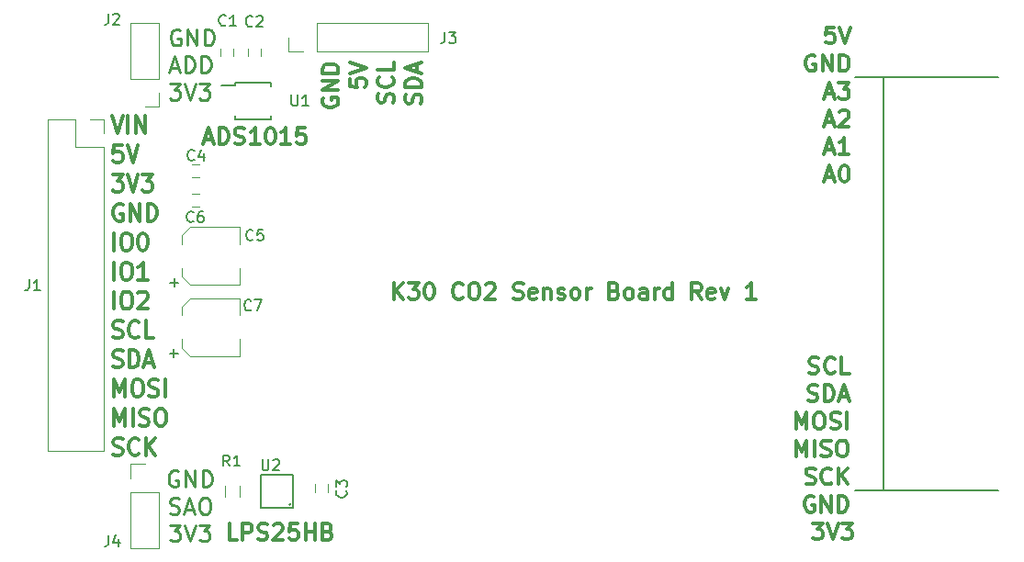
<source format=gbr>
G04 #@! TF.FileFunction,Legend,Top*
%FSLAX46Y46*%
G04 Gerber Fmt 4.6, Leading zero omitted, Abs format (unit mm)*
G04 Created by KiCad (PCBNEW 4.0.6) date 07/11/17 13:45:29*
%MOMM*%
%LPD*%
G01*
G04 APERTURE LIST*
%ADD10C,0.100000*%
%ADD11C,0.300000*%
%ADD12C,0.250000*%
%ADD13C,0.200000*%
%ADD14C,0.150000*%
%ADD15C,0.120000*%
G04 APERTURE END LIST*
D10*
D11*
X168572858Y-122508571D02*
X169501429Y-122508571D01*
X169001429Y-123080000D01*
X169215715Y-123080000D01*
X169358572Y-123151429D01*
X169430001Y-123222857D01*
X169501429Y-123365714D01*
X169501429Y-123722857D01*
X169430001Y-123865714D01*
X169358572Y-123937143D01*
X169215715Y-124008571D01*
X168787143Y-124008571D01*
X168644286Y-123937143D01*
X168572858Y-123865714D01*
X169930000Y-122508571D02*
X170430000Y-124008571D01*
X170930000Y-122508571D01*
X171287143Y-122508571D02*
X172215714Y-122508571D01*
X171715714Y-123080000D01*
X171930000Y-123080000D01*
X172072857Y-123151429D01*
X172144286Y-123222857D01*
X172215714Y-123365714D01*
X172215714Y-123722857D01*
X172144286Y-123865714D01*
X172072857Y-123937143D01*
X171930000Y-124008571D01*
X171501428Y-124008571D01*
X171358571Y-123937143D01*
X171287143Y-123865714D01*
X168252857Y-108672143D02*
X168467143Y-108743571D01*
X168824286Y-108743571D01*
X168967143Y-108672143D01*
X169038572Y-108600714D01*
X169110000Y-108457857D01*
X169110000Y-108315000D01*
X169038572Y-108172143D01*
X168967143Y-108100714D01*
X168824286Y-108029286D01*
X168538572Y-107957857D01*
X168395714Y-107886429D01*
X168324286Y-107815000D01*
X168252857Y-107672143D01*
X168252857Y-107529286D01*
X168324286Y-107386429D01*
X168395714Y-107315000D01*
X168538572Y-107243571D01*
X168895714Y-107243571D01*
X169110000Y-107315000D01*
X170610000Y-108600714D02*
X170538571Y-108672143D01*
X170324285Y-108743571D01*
X170181428Y-108743571D01*
X169967143Y-108672143D01*
X169824285Y-108529286D01*
X169752857Y-108386429D01*
X169681428Y-108100714D01*
X169681428Y-107886429D01*
X169752857Y-107600714D01*
X169824285Y-107457857D01*
X169967143Y-107315000D01*
X170181428Y-107243571D01*
X170324285Y-107243571D01*
X170538571Y-107315000D01*
X170610000Y-107386429D01*
X171967143Y-108743571D02*
X171252857Y-108743571D01*
X171252857Y-107243571D01*
X168181429Y-111222143D02*
X168395715Y-111293571D01*
X168752858Y-111293571D01*
X168895715Y-111222143D01*
X168967144Y-111150714D01*
X169038572Y-111007857D01*
X169038572Y-110865000D01*
X168967144Y-110722143D01*
X168895715Y-110650714D01*
X168752858Y-110579286D01*
X168467144Y-110507857D01*
X168324286Y-110436429D01*
X168252858Y-110365000D01*
X168181429Y-110222143D01*
X168181429Y-110079286D01*
X168252858Y-109936429D01*
X168324286Y-109865000D01*
X168467144Y-109793571D01*
X168824286Y-109793571D01*
X169038572Y-109865000D01*
X169681429Y-111293571D02*
X169681429Y-109793571D01*
X170038572Y-109793571D01*
X170252857Y-109865000D01*
X170395715Y-110007857D01*
X170467143Y-110150714D01*
X170538572Y-110436429D01*
X170538572Y-110650714D01*
X170467143Y-110936429D01*
X170395715Y-111079286D01*
X170252857Y-111222143D01*
X170038572Y-111293571D01*
X169681429Y-111293571D01*
X171110000Y-110865000D02*
X171824286Y-110865000D01*
X170967143Y-111293571D02*
X171467143Y-109793571D01*
X171967143Y-111293571D01*
X167038571Y-113843571D02*
X167038571Y-112343571D01*
X167538571Y-113415000D01*
X168038571Y-112343571D01*
X168038571Y-113843571D01*
X169038571Y-112343571D02*
X169324285Y-112343571D01*
X169467143Y-112415000D01*
X169610000Y-112557857D01*
X169681428Y-112843571D01*
X169681428Y-113343571D01*
X169610000Y-113629286D01*
X169467143Y-113772143D01*
X169324285Y-113843571D01*
X169038571Y-113843571D01*
X168895714Y-113772143D01*
X168752857Y-113629286D01*
X168681428Y-113343571D01*
X168681428Y-112843571D01*
X168752857Y-112557857D01*
X168895714Y-112415000D01*
X169038571Y-112343571D01*
X170252857Y-113772143D02*
X170467143Y-113843571D01*
X170824286Y-113843571D01*
X170967143Y-113772143D01*
X171038572Y-113700714D01*
X171110000Y-113557857D01*
X171110000Y-113415000D01*
X171038572Y-113272143D01*
X170967143Y-113200714D01*
X170824286Y-113129286D01*
X170538572Y-113057857D01*
X170395714Y-112986429D01*
X170324286Y-112915000D01*
X170252857Y-112772143D01*
X170252857Y-112629286D01*
X170324286Y-112486429D01*
X170395714Y-112415000D01*
X170538572Y-112343571D01*
X170895714Y-112343571D01*
X171110000Y-112415000D01*
X171752857Y-113843571D02*
X171752857Y-112343571D01*
X167038571Y-116393571D02*
X167038571Y-114893571D01*
X167538571Y-115965000D01*
X168038571Y-114893571D01*
X168038571Y-116393571D01*
X168752857Y-116393571D02*
X168752857Y-114893571D01*
X169395714Y-116322143D02*
X169610000Y-116393571D01*
X169967143Y-116393571D01*
X170110000Y-116322143D01*
X170181429Y-116250714D01*
X170252857Y-116107857D01*
X170252857Y-115965000D01*
X170181429Y-115822143D01*
X170110000Y-115750714D01*
X169967143Y-115679286D01*
X169681429Y-115607857D01*
X169538571Y-115536429D01*
X169467143Y-115465000D01*
X169395714Y-115322143D01*
X169395714Y-115179286D01*
X169467143Y-115036429D01*
X169538571Y-114965000D01*
X169681429Y-114893571D01*
X170038571Y-114893571D01*
X170252857Y-114965000D01*
X171181428Y-114893571D02*
X171467142Y-114893571D01*
X171610000Y-114965000D01*
X171752857Y-115107857D01*
X171824285Y-115393571D01*
X171824285Y-115893571D01*
X171752857Y-116179286D01*
X171610000Y-116322143D01*
X171467142Y-116393571D01*
X171181428Y-116393571D01*
X171038571Y-116322143D01*
X170895714Y-116179286D01*
X170824285Y-115893571D01*
X170824285Y-115393571D01*
X170895714Y-115107857D01*
X171038571Y-114965000D01*
X171181428Y-114893571D01*
X167967143Y-118872143D02*
X168181429Y-118943571D01*
X168538572Y-118943571D01*
X168681429Y-118872143D01*
X168752858Y-118800714D01*
X168824286Y-118657857D01*
X168824286Y-118515000D01*
X168752858Y-118372143D01*
X168681429Y-118300714D01*
X168538572Y-118229286D01*
X168252858Y-118157857D01*
X168110000Y-118086429D01*
X168038572Y-118015000D01*
X167967143Y-117872143D01*
X167967143Y-117729286D01*
X168038572Y-117586429D01*
X168110000Y-117515000D01*
X168252858Y-117443571D01*
X168610000Y-117443571D01*
X168824286Y-117515000D01*
X170324286Y-118800714D02*
X170252857Y-118872143D01*
X170038571Y-118943571D01*
X169895714Y-118943571D01*
X169681429Y-118872143D01*
X169538571Y-118729286D01*
X169467143Y-118586429D01*
X169395714Y-118300714D01*
X169395714Y-118086429D01*
X169467143Y-117800714D01*
X169538571Y-117657857D01*
X169681429Y-117515000D01*
X169895714Y-117443571D01*
X170038571Y-117443571D01*
X170252857Y-117515000D01*
X170324286Y-117586429D01*
X170967143Y-118943571D02*
X170967143Y-117443571D01*
X171824286Y-118943571D02*
X171181429Y-118086429D01*
X171824286Y-117443571D02*
X170967143Y-118300714D01*
X168681428Y-120065000D02*
X168538571Y-119993571D01*
X168324285Y-119993571D01*
X168110000Y-120065000D01*
X167967142Y-120207857D01*
X167895714Y-120350714D01*
X167824285Y-120636429D01*
X167824285Y-120850714D01*
X167895714Y-121136429D01*
X167967142Y-121279286D01*
X168110000Y-121422143D01*
X168324285Y-121493571D01*
X168467142Y-121493571D01*
X168681428Y-121422143D01*
X168752857Y-121350714D01*
X168752857Y-120850714D01*
X168467142Y-120850714D01*
X169395714Y-121493571D02*
X169395714Y-119993571D01*
X170252857Y-121493571D01*
X170252857Y-119993571D01*
X170967143Y-121493571D02*
X170967143Y-119993571D01*
X171324286Y-119993571D01*
X171538571Y-120065000D01*
X171681429Y-120207857D01*
X171752857Y-120350714D01*
X171824286Y-120636429D01*
X171824286Y-120850714D01*
X171752857Y-121136429D01*
X171681429Y-121279286D01*
X171538571Y-121422143D01*
X171324286Y-121493571D01*
X170967143Y-121493571D01*
D12*
X110242857Y-77050000D02*
X110100000Y-76978571D01*
X109885714Y-76978571D01*
X109671429Y-77050000D01*
X109528571Y-77192857D01*
X109457143Y-77335714D01*
X109385714Y-77621429D01*
X109385714Y-77835714D01*
X109457143Y-78121429D01*
X109528571Y-78264286D01*
X109671429Y-78407143D01*
X109885714Y-78478571D01*
X110028571Y-78478571D01*
X110242857Y-78407143D01*
X110314286Y-78335714D01*
X110314286Y-77835714D01*
X110028571Y-77835714D01*
X110957143Y-78478571D02*
X110957143Y-76978571D01*
X111814286Y-78478571D01*
X111814286Y-76978571D01*
X112528572Y-78478571D02*
X112528572Y-76978571D01*
X112885715Y-76978571D01*
X113100000Y-77050000D01*
X113242858Y-77192857D01*
X113314286Y-77335714D01*
X113385715Y-77621429D01*
X113385715Y-77835714D01*
X113314286Y-78121429D01*
X113242858Y-78264286D01*
X113100000Y-78407143D01*
X112885715Y-78478571D01*
X112528572Y-78478571D01*
X109385714Y-80550000D02*
X110100000Y-80550000D01*
X109242857Y-80978571D02*
X109742857Y-79478571D01*
X110242857Y-80978571D01*
X110742857Y-80978571D02*
X110742857Y-79478571D01*
X111100000Y-79478571D01*
X111314285Y-79550000D01*
X111457143Y-79692857D01*
X111528571Y-79835714D01*
X111600000Y-80121429D01*
X111600000Y-80335714D01*
X111528571Y-80621429D01*
X111457143Y-80764286D01*
X111314285Y-80907143D01*
X111100000Y-80978571D01*
X110742857Y-80978571D01*
X112242857Y-80978571D02*
X112242857Y-79478571D01*
X112600000Y-79478571D01*
X112814285Y-79550000D01*
X112957143Y-79692857D01*
X113028571Y-79835714D01*
X113100000Y-80121429D01*
X113100000Y-80335714D01*
X113028571Y-80621429D01*
X112957143Y-80764286D01*
X112814285Y-80907143D01*
X112600000Y-80978571D01*
X112242857Y-80978571D01*
X109314286Y-81978571D02*
X110242857Y-81978571D01*
X109742857Y-82550000D01*
X109957143Y-82550000D01*
X110100000Y-82621429D01*
X110171429Y-82692857D01*
X110242857Y-82835714D01*
X110242857Y-83192857D01*
X110171429Y-83335714D01*
X110100000Y-83407143D01*
X109957143Y-83478571D01*
X109528571Y-83478571D01*
X109385714Y-83407143D01*
X109314286Y-83335714D01*
X110671428Y-81978571D02*
X111171428Y-83478571D01*
X111671428Y-81978571D01*
X112028571Y-81978571D02*
X112957142Y-81978571D01*
X112457142Y-82550000D01*
X112671428Y-82550000D01*
X112814285Y-82621429D01*
X112885714Y-82692857D01*
X112957142Y-82835714D01*
X112957142Y-83192857D01*
X112885714Y-83335714D01*
X112814285Y-83407143D01*
X112671428Y-83478571D01*
X112242856Y-83478571D01*
X112099999Y-83407143D01*
X112028571Y-83335714D01*
D11*
X115535715Y-124078571D02*
X114821429Y-124078571D01*
X114821429Y-122578571D01*
X116035715Y-124078571D02*
X116035715Y-122578571D01*
X116607143Y-122578571D01*
X116750001Y-122650000D01*
X116821429Y-122721429D01*
X116892858Y-122864286D01*
X116892858Y-123078571D01*
X116821429Y-123221429D01*
X116750001Y-123292857D01*
X116607143Y-123364286D01*
X116035715Y-123364286D01*
X117464286Y-124007143D02*
X117678572Y-124078571D01*
X118035715Y-124078571D01*
X118178572Y-124007143D01*
X118250001Y-123935714D01*
X118321429Y-123792857D01*
X118321429Y-123650000D01*
X118250001Y-123507143D01*
X118178572Y-123435714D01*
X118035715Y-123364286D01*
X117750001Y-123292857D01*
X117607143Y-123221429D01*
X117535715Y-123150000D01*
X117464286Y-123007143D01*
X117464286Y-122864286D01*
X117535715Y-122721429D01*
X117607143Y-122650000D01*
X117750001Y-122578571D01*
X118107143Y-122578571D01*
X118321429Y-122650000D01*
X118892857Y-122721429D02*
X118964286Y-122650000D01*
X119107143Y-122578571D01*
X119464286Y-122578571D01*
X119607143Y-122650000D01*
X119678572Y-122721429D01*
X119750000Y-122864286D01*
X119750000Y-123007143D01*
X119678572Y-123221429D01*
X118821429Y-124078571D01*
X119750000Y-124078571D01*
X121107143Y-122578571D02*
X120392857Y-122578571D01*
X120321428Y-123292857D01*
X120392857Y-123221429D01*
X120535714Y-123150000D01*
X120892857Y-123150000D01*
X121035714Y-123221429D01*
X121107143Y-123292857D01*
X121178571Y-123435714D01*
X121178571Y-123792857D01*
X121107143Y-123935714D01*
X121035714Y-124007143D01*
X120892857Y-124078571D01*
X120535714Y-124078571D01*
X120392857Y-124007143D01*
X120321428Y-123935714D01*
X121821428Y-124078571D02*
X121821428Y-122578571D01*
X121821428Y-123292857D02*
X122678571Y-123292857D01*
X122678571Y-124078571D02*
X122678571Y-122578571D01*
X123892857Y-123292857D02*
X124107143Y-123364286D01*
X124178571Y-123435714D01*
X124250000Y-123578571D01*
X124250000Y-123792857D01*
X124178571Y-123935714D01*
X124107143Y-124007143D01*
X123964285Y-124078571D01*
X123392857Y-124078571D01*
X123392857Y-122578571D01*
X123892857Y-122578571D01*
X124035714Y-122650000D01*
X124107143Y-122721429D01*
X124178571Y-122864286D01*
X124178571Y-123007143D01*
X124107143Y-123150000D01*
X124035714Y-123221429D01*
X123892857Y-123292857D01*
X123392857Y-123292857D01*
D12*
X110057143Y-117750000D02*
X109914286Y-117678571D01*
X109700000Y-117678571D01*
X109485715Y-117750000D01*
X109342857Y-117892857D01*
X109271429Y-118035714D01*
X109200000Y-118321429D01*
X109200000Y-118535714D01*
X109271429Y-118821429D01*
X109342857Y-118964286D01*
X109485715Y-119107143D01*
X109700000Y-119178571D01*
X109842857Y-119178571D01*
X110057143Y-119107143D01*
X110128572Y-119035714D01*
X110128572Y-118535714D01*
X109842857Y-118535714D01*
X110771429Y-119178571D02*
X110771429Y-117678571D01*
X111628572Y-119178571D01*
X111628572Y-117678571D01*
X112342858Y-119178571D02*
X112342858Y-117678571D01*
X112700001Y-117678571D01*
X112914286Y-117750000D01*
X113057144Y-117892857D01*
X113128572Y-118035714D01*
X113200001Y-118321429D01*
X113200001Y-118535714D01*
X113128572Y-118821429D01*
X113057144Y-118964286D01*
X112914286Y-119107143D01*
X112700001Y-119178571D01*
X112342858Y-119178571D01*
X109342857Y-121607143D02*
X109557143Y-121678571D01*
X109914286Y-121678571D01*
X110057143Y-121607143D01*
X110128572Y-121535714D01*
X110200000Y-121392857D01*
X110200000Y-121250000D01*
X110128572Y-121107143D01*
X110057143Y-121035714D01*
X109914286Y-120964286D01*
X109628572Y-120892857D01*
X109485714Y-120821429D01*
X109414286Y-120750000D01*
X109342857Y-120607143D01*
X109342857Y-120464286D01*
X109414286Y-120321429D01*
X109485714Y-120250000D01*
X109628572Y-120178571D01*
X109985714Y-120178571D01*
X110200000Y-120250000D01*
X110771428Y-121250000D02*
X111485714Y-121250000D01*
X110628571Y-121678571D02*
X111128571Y-120178571D01*
X111628571Y-121678571D01*
X112414285Y-120178571D02*
X112699999Y-120178571D01*
X112842857Y-120250000D01*
X112985714Y-120392857D01*
X113057142Y-120678571D01*
X113057142Y-121178571D01*
X112985714Y-121464286D01*
X112842857Y-121607143D01*
X112699999Y-121678571D01*
X112414285Y-121678571D01*
X112271428Y-121607143D01*
X112128571Y-121464286D01*
X112057142Y-121178571D01*
X112057142Y-120678571D01*
X112128571Y-120392857D01*
X112271428Y-120250000D01*
X112414285Y-120178571D01*
X109342858Y-122678571D02*
X110271429Y-122678571D01*
X109771429Y-123250000D01*
X109985715Y-123250000D01*
X110128572Y-123321429D01*
X110200001Y-123392857D01*
X110271429Y-123535714D01*
X110271429Y-123892857D01*
X110200001Y-124035714D01*
X110128572Y-124107143D01*
X109985715Y-124178571D01*
X109557143Y-124178571D01*
X109414286Y-124107143D01*
X109342858Y-124035714D01*
X110700000Y-122678571D02*
X111200000Y-124178571D01*
X111700000Y-122678571D01*
X112057143Y-122678571D02*
X112985714Y-122678571D01*
X112485714Y-123250000D01*
X112700000Y-123250000D01*
X112842857Y-123321429D01*
X112914286Y-123392857D01*
X112985714Y-123535714D01*
X112985714Y-123892857D01*
X112914286Y-124035714D01*
X112842857Y-124107143D01*
X112700000Y-124178571D01*
X112271428Y-124178571D01*
X112128571Y-124107143D01*
X112057143Y-124035714D01*
D11*
X123425000Y-83328572D02*
X123353571Y-83471429D01*
X123353571Y-83685715D01*
X123425000Y-83900000D01*
X123567857Y-84042858D01*
X123710714Y-84114286D01*
X123996429Y-84185715D01*
X124210714Y-84185715D01*
X124496429Y-84114286D01*
X124639286Y-84042858D01*
X124782143Y-83900000D01*
X124853571Y-83685715D01*
X124853571Y-83542858D01*
X124782143Y-83328572D01*
X124710714Y-83257143D01*
X124210714Y-83257143D01*
X124210714Y-83542858D01*
X124853571Y-82614286D02*
X123353571Y-82614286D01*
X124853571Y-81757143D01*
X123353571Y-81757143D01*
X124853571Y-81042857D02*
X123353571Y-81042857D01*
X123353571Y-80685714D01*
X123425000Y-80471429D01*
X123567857Y-80328571D01*
X123710714Y-80257143D01*
X123996429Y-80185714D01*
X124210714Y-80185714D01*
X124496429Y-80257143D01*
X124639286Y-80328571D01*
X124782143Y-80471429D01*
X124853571Y-80685714D01*
X124853571Y-81042857D01*
X125903571Y-81542856D02*
X125903571Y-82257142D01*
X126617857Y-82328571D01*
X126546429Y-82257142D01*
X126475000Y-82114285D01*
X126475000Y-81757142D01*
X126546429Y-81614285D01*
X126617857Y-81542856D01*
X126760714Y-81471428D01*
X127117857Y-81471428D01*
X127260714Y-81542856D01*
X127332143Y-81614285D01*
X127403571Y-81757142D01*
X127403571Y-82114285D01*
X127332143Y-82257142D01*
X127260714Y-82328571D01*
X125903571Y-81042857D02*
X127403571Y-80542857D01*
X125903571Y-80042857D01*
X129882143Y-83757143D02*
X129953571Y-83542857D01*
X129953571Y-83185714D01*
X129882143Y-83042857D01*
X129810714Y-82971428D01*
X129667857Y-82900000D01*
X129525000Y-82900000D01*
X129382143Y-82971428D01*
X129310714Y-83042857D01*
X129239286Y-83185714D01*
X129167857Y-83471428D01*
X129096429Y-83614286D01*
X129025000Y-83685714D01*
X128882143Y-83757143D01*
X128739286Y-83757143D01*
X128596429Y-83685714D01*
X128525000Y-83614286D01*
X128453571Y-83471428D01*
X128453571Y-83114286D01*
X128525000Y-82900000D01*
X129810714Y-81400000D02*
X129882143Y-81471429D01*
X129953571Y-81685715D01*
X129953571Y-81828572D01*
X129882143Y-82042857D01*
X129739286Y-82185715D01*
X129596429Y-82257143D01*
X129310714Y-82328572D01*
X129096429Y-82328572D01*
X128810714Y-82257143D01*
X128667857Y-82185715D01*
X128525000Y-82042857D01*
X128453571Y-81828572D01*
X128453571Y-81685715D01*
X128525000Y-81471429D01*
X128596429Y-81400000D01*
X129953571Y-80042857D02*
X129953571Y-80757143D01*
X128453571Y-80757143D01*
X132432143Y-83828571D02*
X132503571Y-83614285D01*
X132503571Y-83257142D01*
X132432143Y-83114285D01*
X132360714Y-83042856D01*
X132217857Y-82971428D01*
X132075000Y-82971428D01*
X131932143Y-83042856D01*
X131860714Y-83114285D01*
X131789286Y-83257142D01*
X131717857Y-83542856D01*
X131646429Y-83685714D01*
X131575000Y-83757142D01*
X131432143Y-83828571D01*
X131289286Y-83828571D01*
X131146429Y-83757142D01*
X131075000Y-83685714D01*
X131003571Y-83542856D01*
X131003571Y-83185714D01*
X131075000Y-82971428D01*
X132503571Y-82328571D02*
X131003571Y-82328571D01*
X131003571Y-81971428D01*
X131075000Y-81757143D01*
X131217857Y-81614285D01*
X131360714Y-81542857D01*
X131646429Y-81471428D01*
X131860714Y-81471428D01*
X132146429Y-81542857D01*
X132289286Y-81614285D01*
X132432143Y-81757143D01*
X132503571Y-81971428D01*
X132503571Y-82328571D01*
X132075000Y-80900000D02*
X132075000Y-80185714D01*
X132503571Y-81042857D02*
X131003571Y-80542857D01*
X132503571Y-80042857D01*
D13*
X175100000Y-119500000D02*
X175100000Y-81400000D01*
D11*
X129957145Y-101878571D02*
X129957145Y-100378571D01*
X130814288Y-101878571D02*
X130171431Y-101021429D01*
X130814288Y-100378571D02*
X129957145Y-101235714D01*
X131314288Y-100378571D02*
X132242859Y-100378571D01*
X131742859Y-100950000D01*
X131957145Y-100950000D01*
X132100002Y-101021429D01*
X132171431Y-101092857D01*
X132242859Y-101235714D01*
X132242859Y-101592857D01*
X132171431Y-101735714D01*
X132100002Y-101807143D01*
X131957145Y-101878571D01*
X131528573Y-101878571D01*
X131385716Y-101807143D01*
X131314288Y-101735714D01*
X133171430Y-100378571D02*
X133314287Y-100378571D01*
X133457144Y-100450000D01*
X133528573Y-100521429D01*
X133600002Y-100664286D01*
X133671430Y-100950000D01*
X133671430Y-101307143D01*
X133600002Y-101592857D01*
X133528573Y-101735714D01*
X133457144Y-101807143D01*
X133314287Y-101878571D01*
X133171430Y-101878571D01*
X133028573Y-101807143D01*
X132957144Y-101735714D01*
X132885716Y-101592857D01*
X132814287Y-101307143D01*
X132814287Y-100950000D01*
X132885716Y-100664286D01*
X132957144Y-100521429D01*
X133028573Y-100450000D01*
X133171430Y-100378571D01*
X136314287Y-101735714D02*
X136242858Y-101807143D01*
X136028572Y-101878571D01*
X135885715Y-101878571D01*
X135671430Y-101807143D01*
X135528572Y-101664286D01*
X135457144Y-101521429D01*
X135385715Y-101235714D01*
X135385715Y-101021429D01*
X135457144Y-100735714D01*
X135528572Y-100592857D01*
X135671430Y-100450000D01*
X135885715Y-100378571D01*
X136028572Y-100378571D01*
X136242858Y-100450000D01*
X136314287Y-100521429D01*
X137242858Y-100378571D02*
X137528572Y-100378571D01*
X137671430Y-100450000D01*
X137814287Y-100592857D01*
X137885715Y-100878571D01*
X137885715Y-101378571D01*
X137814287Y-101664286D01*
X137671430Y-101807143D01*
X137528572Y-101878571D01*
X137242858Y-101878571D01*
X137100001Y-101807143D01*
X136957144Y-101664286D01*
X136885715Y-101378571D01*
X136885715Y-100878571D01*
X136957144Y-100592857D01*
X137100001Y-100450000D01*
X137242858Y-100378571D01*
X138457144Y-100521429D02*
X138528573Y-100450000D01*
X138671430Y-100378571D01*
X139028573Y-100378571D01*
X139171430Y-100450000D01*
X139242859Y-100521429D01*
X139314287Y-100664286D01*
X139314287Y-100807143D01*
X139242859Y-101021429D01*
X138385716Y-101878571D01*
X139314287Y-101878571D01*
X141028572Y-101807143D02*
X141242858Y-101878571D01*
X141600001Y-101878571D01*
X141742858Y-101807143D01*
X141814287Y-101735714D01*
X141885715Y-101592857D01*
X141885715Y-101450000D01*
X141814287Y-101307143D01*
X141742858Y-101235714D01*
X141600001Y-101164286D01*
X141314287Y-101092857D01*
X141171429Y-101021429D01*
X141100001Y-100950000D01*
X141028572Y-100807143D01*
X141028572Y-100664286D01*
X141100001Y-100521429D01*
X141171429Y-100450000D01*
X141314287Y-100378571D01*
X141671429Y-100378571D01*
X141885715Y-100450000D01*
X143100000Y-101807143D02*
X142957143Y-101878571D01*
X142671429Y-101878571D01*
X142528572Y-101807143D01*
X142457143Y-101664286D01*
X142457143Y-101092857D01*
X142528572Y-100950000D01*
X142671429Y-100878571D01*
X142957143Y-100878571D01*
X143100000Y-100950000D01*
X143171429Y-101092857D01*
X143171429Y-101235714D01*
X142457143Y-101378571D01*
X143814286Y-100878571D02*
X143814286Y-101878571D01*
X143814286Y-101021429D02*
X143885714Y-100950000D01*
X144028572Y-100878571D01*
X144242857Y-100878571D01*
X144385714Y-100950000D01*
X144457143Y-101092857D01*
X144457143Y-101878571D01*
X145100000Y-101807143D02*
X145242857Y-101878571D01*
X145528572Y-101878571D01*
X145671429Y-101807143D01*
X145742857Y-101664286D01*
X145742857Y-101592857D01*
X145671429Y-101450000D01*
X145528572Y-101378571D01*
X145314286Y-101378571D01*
X145171429Y-101307143D01*
X145100000Y-101164286D01*
X145100000Y-101092857D01*
X145171429Y-100950000D01*
X145314286Y-100878571D01*
X145528572Y-100878571D01*
X145671429Y-100950000D01*
X146600001Y-101878571D02*
X146457143Y-101807143D01*
X146385715Y-101735714D01*
X146314286Y-101592857D01*
X146314286Y-101164286D01*
X146385715Y-101021429D01*
X146457143Y-100950000D01*
X146600001Y-100878571D01*
X146814286Y-100878571D01*
X146957143Y-100950000D01*
X147028572Y-101021429D01*
X147100001Y-101164286D01*
X147100001Y-101592857D01*
X147028572Y-101735714D01*
X146957143Y-101807143D01*
X146814286Y-101878571D01*
X146600001Y-101878571D01*
X147742858Y-101878571D02*
X147742858Y-100878571D01*
X147742858Y-101164286D02*
X147814286Y-101021429D01*
X147885715Y-100950000D01*
X148028572Y-100878571D01*
X148171429Y-100878571D01*
X150314286Y-101092857D02*
X150528572Y-101164286D01*
X150600000Y-101235714D01*
X150671429Y-101378571D01*
X150671429Y-101592857D01*
X150600000Y-101735714D01*
X150528572Y-101807143D01*
X150385714Y-101878571D01*
X149814286Y-101878571D01*
X149814286Y-100378571D01*
X150314286Y-100378571D01*
X150457143Y-100450000D01*
X150528572Y-100521429D01*
X150600000Y-100664286D01*
X150600000Y-100807143D01*
X150528572Y-100950000D01*
X150457143Y-101021429D01*
X150314286Y-101092857D01*
X149814286Y-101092857D01*
X151528572Y-101878571D02*
X151385714Y-101807143D01*
X151314286Y-101735714D01*
X151242857Y-101592857D01*
X151242857Y-101164286D01*
X151314286Y-101021429D01*
X151385714Y-100950000D01*
X151528572Y-100878571D01*
X151742857Y-100878571D01*
X151885714Y-100950000D01*
X151957143Y-101021429D01*
X152028572Y-101164286D01*
X152028572Y-101592857D01*
X151957143Y-101735714D01*
X151885714Y-101807143D01*
X151742857Y-101878571D01*
X151528572Y-101878571D01*
X153314286Y-101878571D02*
X153314286Y-101092857D01*
X153242857Y-100950000D01*
X153100000Y-100878571D01*
X152814286Y-100878571D01*
X152671429Y-100950000D01*
X153314286Y-101807143D02*
X153171429Y-101878571D01*
X152814286Y-101878571D01*
X152671429Y-101807143D01*
X152600000Y-101664286D01*
X152600000Y-101521429D01*
X152671429Y-101378571D01*
X152814286Y-101307143D01*
X153171429Y-101307143D01*
X153314286Y-101235714D01*
X154028572Y-101878571D02*
X154028572Y-100878571D01*
X154028572Y-101164286D02*
X154100000Y-101021429D01*
X154171429Y-100950000D01*
X154314286Y-100878571D01*
X154457143Y-100878571D01*
X155600000Y-101878571D02*
X155600000Y-100378571D01*
X155600000Y-101807143D02*
X155457143Y-101878571D01*
X155171429Y-101878571D01*
X155028571Y-101807143D01*
X154957143Y-101735714D01*
X154885714Y-101592857D01*
X154885714Y-101164286D01*
X154957143Y-101021429D01*
X155028571Y-100950000D01*
X155171429Y-100878571D01*
X155457143Y-100878571D01*
X155600000Y-100950000D01*
X158314286Y-101878571D02*
X157814286Y-101164286D01*
X157457143Y-101878571D02*
X157457143Y-100378571D01*
X158028571Y-100378571D01*
X158171429Y-100450000D01*
X158242857Y-100521429D01*
X158314286Y-100664286D01*
X158314286Y-100878571D01*
X158242857Y-101021429D01*
X158171429Y-101092857D01*
X158028571Y-101164286D01*
X157457143Y-101164286D01*
X159528571Y-101807143D02*
X159385714Y-101878571D01*
X159100000Y-101878571D01*
X158957143Y-101807143D01*
X158885714Y-101664286D01*
X158885714Y-101092857D01*
X158957143Y-100950000D01*
X159100000Y-100878571D01*
X159385714Y-100878571D01*
X159528571Y-100950000D01*
X159600000Y-101092857D01*
X159600000Y-101235714D01*
X158885714Y-101378571D01*
X160100000Y-100878571D02*
X160457143Y-101878571D01*
X160814285Y-100878571D01*
X163314285Y-101878571D02*
X162457142Y-101878571D01*
X162885714Y-101878571D02*
X162885714Y-100378571D01*
X162742857Y-100592857D01*
X162599999Y-100735714D01*
X162457142Y-100807143D01*
X170577144Y-76793571D02*
X169862858Y-76793571D01*
X169791429Y-77507857D01*
X169862858Y-77436429D01*
X170005715Y-77365000D01*
X170362858Y-77365000D01*
X170505715Y-77436429D01*
X170577144Y-77507857D01*
X170648572Y-77650714D01*
X170648572Y-78007857D01*
X170577144Y-78150714D01*
X170505715Y-78222143D01*
X170362858Y-78293571D01*
X170005715Y-78293571D01*
X169862858Y-78222143D01*
X169791429Y-78150714D01*
X171077143Y-76793571D02*
X171577143Y-78293571D01*
X172077143Y-76793571D01*
X168791428Y-79415000D02*
X168648571Y-79343571D01*
X168434285Y-79343571D01*
X168220000Y-79415000D01*
X168077142Y-79557857D01*
X168005714Y-79700714D01*
X167934285Y-79986429D01*
X167934285Y-80200714D01*
X168005714Y-80486429D01*
X168077142Y-80629286D01*
X168220000Y-80772143D01*
X168434285Y-80843571D01*
X168577142Y-80843571D01*
X168791428Y-80772143D01*
X168862857Y-80700714D01*
X168862857Y-80200714D01*
X168577142Y-80200714D01*
X169505714Y-80843571D02*
X169505714Y-79343571D01*
X170362857Y-80843571D01*
X170362857Y-79343571D01*
X171077143Y-80843571D02*
X171077143Y-79343571D01*
X171434286Y-79343571D01*
X171648571Y-79415000D01*
X171791429Y-79557857D01*
X171862857Y-79700714D01*
X171934286Y-79986429D01*
X171934286Y-80200714D01*
X171862857Y-80486429D01*
X171791429Y-80629286D01*
X171648571Y-80772143D01*
X171434286Y-80843571D01*
X171077143Y-80843571D01*
X169791429Y-82965000D02*
X170505715Y-82965000D01*
X169648572Y-83393571D02*
X170148572Y-81893571D01*
X170648572Y-83393571D01*
X171005715Y-81893571D02*
X171934286Y-81893571D01*
X171434286Y-82465000D01*
X171648572Y-82465000D01*
X171791429Y-82536429D01*
X171862858Y-82607857D01*
X171934286Y-82750714D01*
X171934286Y-83107857D01*
X171862858Y-83250714D01*
X171791429Y-83322143D01*
X171648572Y-83393571D01*
X171220000Y-83393571D01*
X171077143Y-83322143D01*
X171005715Y-83250714D01*
X169791429Y-85515000D02*
X170505715Y-85515000D01*
X169648572Y-85943571D02*
X170148572Y-84443571D01*
X170648572Y-85943571D01*
X171077143Y-84586429D02*
X171148572Y-84515000D01*
X171291429Y-84443571D01*
X171648572Y-84443571D01*
X171791429Y-84515000D01*
X171862858Y-84586429D01*
X171934286Y-84729286D01*
X171934286Y-84872143D01*
X171862858Y-85086429D01*
X171005715Y-85943571D01*
X171934286Y-85943571D01*
X169791429Y-88065000D02*
X170505715Y-88065000D01*
X169648572Y-88493571D02*
X170148572Y-86993571D01*
X170648572Y-88493571D01*
X171934286Y-88493571D02*
X171077143Y-88493571D01*
X171505715Y-88493571D02*
X171505715Y-86993571D01*
X171362858Y-87207857D01*
X171220000Y-87350714D01*
X171077143Y-87422143D01*
X169791429Y-90615000D02*
X170505715Y-90615000D01*
X169648572Y-91043571D02*
X170148572Y-89543571D01*
X170648572Y-91043571D01*
X171434286Y-89543571D02*
X171577143Y-89543571D01*
X171720000Y-89615000D01*
X171791429Y-89686429D01*
X171862858Y-89829286D01*
X171934286Y-90115000D01*
X171934286Y-90472143D01*
X171862858Y-90757857D01*
X171791429Y-90900714D01*
X171720000Y-90972143D01*
X171577143Y-91043571D01*
X171434286Y-91043571D01*
X171291429Y-90972143D01*
X171220000Y-90900714D01*
X171148572Y-90757857D01*
X171077143Y-90472143D01*
X171077143Y-90115000D01*
X171148572Y-89829286D01*
X171220000Y-89686429D01*
X171291429Y-89615000D01*
X171434286Y-89543571D01*
D13*
X185700000Y-119500000D02*
X172500000Y-119500000D01*
X185700000Y-81400000D02*
X172500000Y-81400000D01*
D11*
X112521430Y-87150000D02*
X113235716Y-87150000D01*
X112378573Y-87578571D02*
X112878573Y-86078571D01*
X113378573Y-87578571D01*
X113878573Y-87578571D02*
X113878573Y-86078571D01*
X114235716Y-86078571D01*
X114450001Y-86150000D01*
X114592859Y-86292857D01*
X114664287Y-86435714D01*
X114735716Y-86721429D01*
X114735716Y-86935714D01*
X114664287Y-87221429D01*
X114592859Y-87364286D01*
X114450001Y-87507143D01*
X114235716Y-87578571D01*
X113878573Y-87578571D01*
X115307144Y-87507143D02*
X115521430Y-87578571D01*
X115878573Y-87578571D01*
X116021430Y-87507143D01*
X116092859Y-87435714D01*
X116164287Y-87292857D01*
X116164287Y-87150000D01*
X116092859Y-87007143D01*
X116021430Y-86935714D01*
X115878573Y-86864286D01*
X115592859Y-86792857D01*
X115450001Y-86721429D01*
X115378573Y-86650000D01*
X115307144Y-86507143D01*
X115307144Y-86364286D01*
X115378573Y-86221429D01*
X115450001Y-86150000D01*
X115592859Y-86078571D01*
X115950001Y-86078571D01*
X116164287Y-86150000D01*
X117592858Y-87578571D02*
X116735715Y-87578571D01*
X117164287Y-87578571D02*
X117164287Y-86078571D01*
X117021430Y-86292857D01*
X116878572Y-86435714D01*
X116735715Y-86507143D01*
X118521429Y-86078571D02*
X118664286Y-86078571D01*
X118807143Y-86150000D01*
X118878572Y-86221429D01*
X118950001Y-86364286D01*
X119021429Y-86650000D01*
X119021429Y-87007143D01*
X118950001Y-87292857D01*
X118878572Y-87435714D01*
X118807143Y-87507143D01*
X118664286Y-87578571D01*
X118521429Y-87578571D01*
X118378572Y-87507143D01*
X118307143Y-87435714D01*
X118235715Y-87292857D01*
X118164286Y-87007143D01*
X118164286Y-86650000D01*
X118235715Y-86364286D01*
X118307143Y-86221429D01*
X118378572Y-86150000D01*
X118521429Y-86078571D01*
X120450000Y-87578571D02*
X119592857Y-87578571D01*
X120021429Y-87578571D02*
X120021429Y-86078571D01*
X119878572Y-86292857D01*
X119735714Y-86435714D01*
X119592857Y-86507143D01*
X121807143Y-86078571D02*
X121092857Y-86078571D01*
X121021428Y-86792857D01*
X121092857Y-86721429D01*
X121235714Y-86650000D01*
X121592857Y-86650000D01*
X121735714Y-86721429D01*
X121807143Y-86792857D01*
X121878571Y-86935714D01*
X121878571Y-87292857D01*
X121807143Y-87435714D01*
X121735714Y-87507143D01*
X121592857Y-87578571D01*
X121235714Y-87578571D01*
X121092857Y-87507143D01*
X121021428Y-87435714D01*
X103972857Y-84973810D02*
X104472857Y-86573810D01*
X104972857Y-84973810D01*
X105472857Y-86573810D02*
X105472857Y-84973810D01*
X106187143Y-86573810D02*
X106187143Y-84973810D01*
X107044286Y-86573810D01*
X107044286Y-84973810D01*
X104901429Y-87673810D02*
X104187143Y-87673810D01*
X104115714Y-88435714D01*
X104187143Y-88359524D01*
X104330000Y-88283333D01*
X104687143Y-88283333D01*
X104830000Y-88359524D01*
X104901429Y-88435714D01*
X104972857Y-88588095D01*
X104972857Y-88969048D01*
X104901429Y-89121429D01*
X104830000Y-89197619D01*
X104687143Y-89273810D01*
X104330000Y-89273810D01*
X104187143Y-89197619D01*
X104115714Y-89121429D01*
X105401428Y-87673810D02*
X105901428Y-89273810D01*
X106401428Y-87673810D01*
X104044286Y-90373810D02*
X104972857Y-90373810D01*
X104472857Y-90983333D01*
X104687143Y-90983333D01*
X104830000Y-91059524D01*
X104901429Y-91135714D01*
X104972857Y-91288095D01*
X104972857Y-91669048D01*
X104901429Y-91821429D01*
X104830000Y-91897619D01*
X104687143Y-91973810D01*
X104258571Y-91973810D01*
X104115714Y-91897619D01*
X104044286Y-91821429D01*
X105401428Y-90373810D02*
X105901428Y-91973810D01*
X106401428Y-90373810D01*
X106758571Y-90373810D02*
X107687142Y-90373810D01*
X107187142Y-90983333D01*
X107401428Y-90983333D01*
X107544285Y-91059524D01*
X107615714Y-91135714D01*
X107687142Y-91288095D01*
X107687142Y-91669048D01*
X107615714Y-91821429D01*
X107544285Y-91897619D01*
X107401428Y-91973810D01*
X106972856Y-91973810D01*
X106829999Y-91897619D01*
X106758571Y-91821429D01*
X104972857Y-93150000D02*
X104830000Y-93073810D01*
X104615714Y-93073810D01*
X104401429Y-93150000D01*
X104258571Y-93302381D01*
X104187143Y-93454762D01*
X104115714Y-93759524D01*
X104115714Y-93988095D01*
X104187143Y-94292857D01*
X104258571Y-94445238D01*
X104401429Y-94597619D01*
X104615714Y-94673810D01*
X104758571Y-94673810D01*
X104972857Y-94597619D01*
X105044286Y-94521429D01*
X105044286Y-93988095D01*
X104758571Y-93988095D01*
X105687143Y-94673810D02*
X105687143Y-93073810D01*
X106544286Y-94673810D01*
X106544286Y-93073810D01*
X107258572Y-94673810D02*
X107258572Y-93073810D01*
X107615715Y-93073810D01*
X107830000Y-93150000D01*
X107972858Y-93302381D01*
X108044286Y-93454762D01*
X108115715Y-93759524D01*
X108115715Y-93988095D01*
X108044286Y-94292857D01*
X107972858Y-94445238D01*
X107830000Y-94597619D01*
X107615715Y-94673810D01*
X107258572Y-94673810D01*
X104187143Y-97373810D02*
X104187143Y-95773810D01*
X105187143Y-95773810D02*
X105472857Y-95773810D01*
X105615715Y-95850000D01*
X105758572Y-96002381D01*
X105830000Y-96307143D01*
X105830000Y-96840476D01*
X105758572Y-97145238D01*
X105615715Y-97297619D01*
X105472857Y-97373810D01*
X105187143Y-97373810D01*
X105044286Y-97297619D01*
X104901429Y-97145238D01*
X104830000Y-96840476D01*
X104830000Y-96307143D01*
X104901429Y-96002381D01*
X105044286Y-95850000D01*
X105187143Y-95773810D01*
X106758572Y-95773810D02*
X106901429Y-95773810D01*
X107044286Y-95850000D01*
X107115715Y-95926190D01*
X107187144Y-96078571D01*
X107258572Y-96383333D01*
X107258572Y-96764286D01*
X107187144Y-97069048D01*
X107115715Y-97221429D01*
X107044286Y-97297619D01*
X106901429Y-97373810D01*
X106758572Y-97373810D01*
X106615715Y-97297619D01*
X106544286Y-97221429D01*
X106472858Y-97069048D01*
X106401429Y-96764286D01*
X106401429Y-96383333D01*
X106472858Y-96078571D01*
X106544286Y-95926190D01*
X106615715Y-95850000D01*
X106758572Y-95773810D01*
X104187143Y-100073810D02*
X104187143Y-98473810D01*
X105187143Y-98473810D02*
X105472857Y-98473810D01*
X105615715Y-98550000D01*
X105758572Y-98702381D01*
X105830000Y-99007143D01*
X105830000Y-99540476D01*
X105758572Y-99845238D01*
X105615715Y-99997619D01*
X105472857Y-100073810D01*
X105187143Y-100073810D01*
X105044286Y-99997619D01*
X104901429Y-99845238D01*
X104830000Y-99540476D01*
X104830000Y-99007143D01*
X104901429Y-98702381D01*
X105044286Y-98550000D01*
X105187143Y-98473810D01*
X107258572Y-100073810D02*
X106401429Y-100073810D01*
X106830001Y-100073810D02*
X106830001Y-98473810D01*
X106687144Y-98702381D01*
X106544286Y-98854762D01*
X106401429Y-98930952D01*
X104187143Y-102773810D02*
X104187143Y-101173810D01*
X105187143Y-101173810D02*
X105472857Y-101173810D01*
X105615715Y-101250000D01*
X105758572Y-101402381D01*
X105830000Y-101707143D01*
X105830000Y-102240476D01*
X105758572Y-102545238D01*
X105615715Y-102697619D01*
X105472857Y-102773810D01*
X105187143Y-102773810D01*
X105044286Y-102697619D01*
X104901429Y-102545238D01*
X104830000Y-102240476D01*
X104830000Y-101707143D01*
X104901429Y-101402381D01*
X105044286Y-101250000D01*
X105187143Y-101173810D01*
X106401429Y-101326190D02*
X106472858Y-101250000D01*
X106615715Y-101173810D01*
X106972858Y-101173810D01*
X107115715Y-101250000D01*
X107187144Y-101326190D01*
X107258572Y-101478571D01*
X107258572Y-101630952D01*
X107187144Y-101859524D01*
X106330001Y-102773810D01*
X107258572Y-102773810D01*
X104115714Y-105397619D02*
X104330000Y-105473810D01*
X104687143Y-105473810D01*
X104830000Y-105397619D01*
X104901429Y-105321429D01*
X104972857Y-105169048D01*
X104972857Y-105016667D01*
X104901429Y-104864286D01*
X104830000Y-104788095D01*
X104687143Y-104711905D01*
X104401429Y-104635714D01*
X104258571Y-104559524D01*
X104187143Y-104483333D01*
X104115714Y-104330952D01*
X104115714Y-104178571D01*
X104187143Y-104026190D01*
X104258571Y-103950000D01*
X104401429Y-103873810D01*
X104758571Y-103873810D01*
X104972857Y-103950000D01*
X106472857Y-105321429D02*
X106401428Y-105397619D01*
X106187142Y-105473810D01*
X106044285Y-105473810D01*
X105830000Y-105397619D01*
X105687142Y-105245238D01*
X105615714Y-105092857D01*
X105544285Y-104788095D01*
X105544285Y-104559524D01*
X105615714Y-104254762D01*
X105687142Y-104102381D01*
X105830000Y-103950000D01*
X106044285Y-103873810D01*
X106187142Y-103873810D01*
X106401428Y-103950000D01*
X106472857Y-104026190D01*
X107830000Y-105473810D02*
X107115714Y-105473810D01*
X107115714Y-103873810D01*
X104115714Y-108097619D02*
X104330000Y-108173810D01*
X104687143Y-108173810D01*
X104830000Y-108097619D01*
X104901429Y-108021429D01*
X104972857Y-107869048D01*
X104972857Y-107716667D01*
X104901429Y-107564286D01*
X104830000Y-107488095D01*
X104687143Y-107411905D01*
X104401429Y-107335714D01*
X104258571Y-107259524D01*
X104187143Y-107183333D01*
X104115714Y-107030952D01*
X104115714Y-106878571D01*
X104187143Y-106726190D01*
X104258571Y-106650000D01*
X104401429Y-106573810D01*
X104758571Y-106573810D01*
X104972857Y-106650000D01*
X105615714Y-108173810D02*
X105615714Y-106573810D01*
X105972857Y-106573810D01*
X106187142Y-106650000D01*
X106330000Y-106802381D01*
X106401428Y-106954762D01*
X106472857Y-107259524D01*
X106472857Y-107488095D01*
X106401428Y-107792857D01*
X106330000Y-107945238D01*
X106187142Y-108097619D01*
X105972857Y-108173810D01*
X105615714Y-108173810D01*
X107044285Y-107716667D02*
X107758571Y-107716667D01*
X106901428Y-108173810D02*
X107401428Y-106573810D01*
X107901428Y-108173810D01*
X104187143Y-110873810D02*
X104187143Y-109273810D01*
X104687143Y-110416667D01*
X105187143Y-109273810D01*
X105187143Y-110873810D01*
X106187143Y-109273810D02*
X106472857Y-109273810D01*
X106615715Y-109350000D01*
X106758572Y-109502381D01*
X106830000Y-109807143D01*
X106830000Y-110340476D01*
X106758572Y-110645238D01*
X106615715Y-110797619D01*
X106472857Y-110873810D01*
X106187143Y-110873810D01*
X106044286Y-110797619D01*
X105901429Y-110645238D01*
X105830000Y-110340476D01*
X105830000Y-109807143D01*
X105901429Y-109502381D01*
X106044286Y-109350000D01*
X106187143Y-109273810D01*
X107401429Y-110797619D02*
X107615715Y-110873810D01*
X107972858Y-110873810D01*
X108115715Y-110797619D01*
X108187144Y-110721429D01*
X108258572Y-110569048D01*
X108258572Y-110416667D01*
X108187144Y-110264286D01*
X108115715Y-110188095D01*
X107972858Y-110111905D01*
X107687144Y-110035714D01*
X107544286Y-109959524D01*
X107472858Y-109883333D01*
X107401429Y-109730952D01*
X107401429Y-109578571D01*
X107472858Y-109426190D01*
X107544286Y-109350000D01*
X107687144Y-109273810D01*
X108044286Y-109273810D01*
X108258572Y-109350000D01*
X108901429Y-110873810D02*
X108901429Y-109273810D01*
X104187143Y-113573810D02*
X104187143Y-111973810D01*
X104687143Y-113116667D01*
X105187143Y-111973810D01*
X105187143Y-113573810D01*
X105901429Y-113573810D02*
X105901429Y-111973810D01*
X106544286Y-113497619D02*
X106758572Y-113573810D01*
X107115715Y-113573810D01*
X107258572Y-113497619D01*
X107330001Y-113421429D01*
X107401429Y-113269048D01*
X107401429Y-113116667D01*
X107330001Y-112964286D01*
X107258572Y-112888095D01*
X107115715Y-112811905D01*
X106830001Y-112735714D01*
X106687143Y-112659524D01*
X106615715Y-112583333D01*
X106544286Y-112430952D01*
X106544286Y-112278571D01*
X106615715Y-112126190D01*
X106687143Y-112050000D01*
X106830001Y-111973810D01*
X107187143Y-111973810D01*
X107401429Y-112050000D01*
X108330000Y-111973810D02*
X108615714Y-111973810D01*
X108758572Y-112050000D01*
X108901429Y-112202381D01*
X108972857Y-112507143D01*
X108972857Y-113040476D01*
X108901429Y-113345238D01*
X108758572Y-113497619D01*
X108615714Y-113573810D01*
X108330000Y-113573810D01*
X108187143Y-113497619D01*
X108044286Y-113345238D01*
X107972857Y-113040476D01*
X107972857Y-112507143D01*
X108044286Y-112202381D01*
X108187143Y-112050000D01*
X108330000Y-111973810D01*
X104115714Y-116197619D02*
X104330000Y-116273810D01*
X104687143Y-116273810D01*
X104830000Y-116197619D01*
X104901429Y-116121429D01*
X104972857Y-115969048D01*
X104972857Y-115816667D01*
X104901429Y-115664286D01*
X104830000Y-115588095D01*
X104687143Y-115511905D01*
X104401429Y-115435714D01*
X104258571Y-115359524D01*
X104187143Y-115283333D01*
X104115714Y-115130952D01*
X104115714Y-114978571D01*
X104187143Y-114826190D01*
X104258571Y-114750000D01*
X104401429Y-114673810D01*
X104758571Y-114673810D01*
X104972857Y-114750000D01*
X106472857Y-116121429D02*
X106401428Y-116197619D01*
X106187142Y-116273810D01*
X106044285Y-116273810D01*
X105830000Y-116197619D01*
X105687142Y-116045238D01*
X105615714Y-115892857D01*
X105544285Y-115588095D01*
X105544285Y-115359524D01*
X105615714Y-115054762D01*
X105687142Y-114902381D01*
X105830000Y-114750000D01*
X106044285Y-114673810D01*
X106187142Y-114673810D01*
X106401428Y-114750000D01*
X106472857Y-114826190D01*
X107115714Y-116273810D02*
X107115714Y-114673810D01*
X107972857Y-116273810D02*
X107330000Y-115359524D01*
X107972857Y-114673810D02*
X107115714Y-115588095D01*
D14*
X120470711Y-120800000D02*
G75*
G03X120470711Y-120800000I-70711J0D01*
G01*
X119200000Y-121100000D02*
X117700000Y-121100000D01*
X117700000Y-121100000D02*
X117700000Y-118100000D01*
X117700000Y-118100000D02*
X120700000Y-118100000D01*
X120700000Y-118100000D02*
X120700000Y-121100000D01*
X120700000Y-121100000D02*
X119200000Y-121100000D01*
D15*
X114000000Y-79450000D02*
X114000000Y-78750000D01*
X115200000Y-78750000D02*
X115200000Y-79450000D01*
X116500000Y-79450000D02*
X116500000Y-78750000D01*
X117700000Y-78750000D02*
X117700000Y-79450000D01*
X122700000Y-119650000D02*
X122700000Y-118950000D01*
X123900000Y-118950000D02*
X123900000Y-119650000D01*
X103230000Y-87870000D02*
X103230000Y-115870000D01*
X103230000Y-115870000D02*
X98030000Y-115870000D01*
X98030000Y-115870000D02*
X98030000Y-85270000D01*
X98030000Y-85270000D02*
X100630000Y-85270000D01*
X100630000Y-85270000D02*
X100630000Y-87870000D01*
X100630000Y-87870000D02*
X103230000Y-87870000D01*
X103230000Y-86600000D02*
X103230000Y-85270000D01*
X103230000Y-85270000D02*
X101960000Y-85270000D01*
X108330000Y-81530000D02*
X108330000Y-76390000D01*
X108330000Y-76390000D02*
X105670000Y-76390000D01*
X105670000Y-76390000D02*
X105670000Y-81530000D01*
X105670000Y-81530000D02*
X108330000Y-81530000D01*
X108330000Y-82800000D02*
X108330000Y-84130000D01*
X108330000Y-84130000D02*
X107000000Y-84130000D01*
X122870000Y-79070000D02*
X133090000Y-79070000D01*
X133090000Y-79070000D02*
X133090000Y-76410000D01*
X133090000Y-76410000D02*
X122870000Y-76410000D01*
X122870000Y-76410000D02*
X122870000Y-79070000D01*
X121600000Y-79070000D02*
X120270000Y-79070000D01*
X120270000Y-79070000D02*
X120270000Y-77740000D01*
X105670000Y-119670000D02*
X105670000Y-124810000D01*
X105670000Y-124810000D02*
X108330000Y-124810000D01*
X108330000Y-124810000D02*
X108330000Y-119670000D01*
X108330000Y-119670000D02*
X105670000Y-119670000D01*
X105670000Y-118400000D02*
X105670000Y-117070000D01*
X105670000Y-117070000D02*
X107000000Y-117070000D01*
X115780000Y-119100000D02*
X115780000Y-120100000D01*
X114420000Y-120100000D02*
X114420000Y-119100000D01*
D14*
X115325000Y-81925000D02*
X115325000Y-82150000D01*
X118675000Y-81925000D02*
X118675000Y-82225000D01*
X118675000Y-85275000D02*
X118675000Y-84975000D01*
X115325000Y-85275000D02*
X115325000Y-84975000D01*
X115325000Y-81925000D02*
X118675000Y-81925000D01*
X115325000Y-85275000D02*
X118675000Y-85275000D01*
X115325000Y-82150000D02*
X114100000Y-82150000D01*
D15*
X111330000Y-89460000D02*
X112030000Y-89460000D01*
X112030000Y-90660000D02*
X111330000Y-90660000D01*
X115770000Y-100570000D02*
X115770000Y-99020000D01*
X115770000Y-95230000D02*
X115770000Y-96780000D01*
X110430000Y-95990000D02*
X110430000Y-96780000D01*
X110430000Y-99810000D02*
X110430000Y-99020000D01*
X115770000Y-95230000D02*
X111190000Y-95230000D01*
X111190000Y-95230000D02*
X110430000Y-95990000D01*
X110430000Y-99810000D02*
X111190000Y-100570000D01*
X111190000Y-100570000D02*
X115770000Y-100570000D01*
X111330000Y-92120000D02*
X112030000Y-92120000D01*
X112030000Y-93320000D02*
X111330000Y-93320000D01*
X115750000Y-107110000D02*
X115750000Y-105560000D01*
X115750000Y-101770000D02*
X115750000Y-103320000D01*
X110410000Y-102530000D02*
X110410000Y-103320000D01*
X110410000Y-106350000D02*
X110410000Y-105560000D01*
X115750000Y-101770000D02*
X111170000Y-101770000D01*
X111170000Y-101770000D02*
X110410000Y-102530000D01*
X110410000Y-106350000D02*
X111170000Y-107110000D01*
X111170000Y-107110000D02*
X115750000Y-107110000D01*
D14*
X117838095Y-116652381D02*
X117838095Y-117461905D01*
X117885714Y-117557143D01*
X117933333Y-117604762D01*
X118028571Y-117652381D01*
X118219048Y-117652381D01*
X118314286Y-117604762D01*
X118361905Y-117557143D01*
X118409524Y-117461905D01*
X118409524Y-116652381D01*
X118838095Y-116747619D02*
X118885714Y-116700000D01*
X118980952Y-116652381D01*
X119219048Y-116652381D01*
X119314286Y-116700000D01*
X119361905Y-116747619D01*
X119409524Y-116842857D01*
X119409524Y-116938095D01*
X119361905Y-117080952D01*
X118790476Y-117652381D01*
X119409524Y-117652381D01*
X114473334Y-76577143D02*
X114425715Y-76624762D01*
X114282858Y-76672381D01*
X114187620Y-76672381D01*
X114044762Y-76624762D01*
X113949524Y-76529524D01*
X113901905Y-76434286D01*
X113854286Y-76243810D01*
X113854286Y-76100952D01*
X113901905Y-75910476D01*
X113949524Y-75815238D01*
X114044762Y-75720000D01*
X114187620Y-75672381D01*
X114282858Y-75672381D01*
X114425715Y-75720000D01*
X114473334Y-75767619D01*
X115425715Y-76672381D02*
X114854286Y-76672381D01*
X115140000Y-76672381D02*
X115140000Y-75672381D01*
X115044762Y-75815238D01*
X114949524Y-75910476D01*
X114854286Y-75958095D01*
X116933334Y-76657143D02*
X116885715Y-76704762D01*
X116742858Y-76752381D01*
X116647620Y-76752381D01*
X116504762Y-76704762D01*
X116409524Y-76609524D01*
X116361905Y-76514286D01*
X116314286Y-76323810D01*
X116314286Y-76180952D01*
X116361905Y-75990476D01*
X116409524Y-75895238D01*
X116504762Y-75800000D01*
X116647620Y-75752381D01*
X116742858Y-75752381D01*
X116885715Y-75800000D01*
X116933334Y-75847619D01*
X117314286Y-75847619D02*
X117361905Y-75800000D01*
X117457143Y-75752381D01*
X117695239Y-75752381D01*
X117790477Y-75800000D01*
X117838096Y-75847619D01*
X117885715Y-75942857D01*
X117885715Y-76038095D01*
X117838096Y-76180952D01*
X117266667Y-76752381D01*
X117885715Y-76752381D01*
X125547143Y-119526666D02*
X125594762Y-119574285D01*
X125642381Y-119717142D01*
X125642381Y-119812380D01*
X125594762Y-119955238D01*
X125499524Y-120050476D01*
X125404286Y-120098095D01*
X125213810Y-120145714D01*
X125070952Y-120145714D01*
X124880476Y-120098095D01*
X124785238Y-120050476D01*
X124690000Y-119955238D01*
X124642381Y-119812380D01*
X124642381Y-119717142D01*
X124690000Y-119574285D01*
X124737619Y-119526666D01*
X124642381Y-119193333D02*
X124642381Y-118574285D01*
X125023333Y-118907619D01*
X125023333Y-118764761D01*
X125070952Y-118669523D01*
X125118571Y-118621904D01*
X125213810Y-118574285D01*
X125451905Y-118574285D01*
X125547143Y-118621904D01*
X125594762Y-118669523D01*
X125642381Y-118764761D01*
X125642381Y-119050476D01*
X125594762Y-119145714D01*
X125547143Y-119193333D01*
X96366667Y-100052381D02*
X96366667Y-100766667D01*
X96319047Y-100909524D01*
X96223809Y-101004762D01*
X96080952Y-101052381D01*
X95985714Y-101052381D01*
X97366667Y-101052381D02*
X96795238Y-101052381D01*
X97080952Y-101052381D02*
X97080952Y-100052381D01*
X96985714Y-100195238D01*
X96890476Y-100290476D01*
X96795238Y-100338095D01*
X103666667Y-75552381D02*
X103666667Y-76266667D01*
X103619047Y-76409524D01*
X103523809Y-76504762D01*
X103380952Y-76552381D01*
X103285714Y-76552381D01*
X104095238Y-75647619D02*
X104142857Y-75600000D01*
X104238095Y-75552381D01*
X104476191Y-75552381D01*
X104571429Y-75600000D01*
X104619048Y-75647619D01*
X104666667Y-75742857D01*
X104666667Y-75838095D01*
X104619048Y-75980952D01*
X104047619Y-76552381D01*
X104666667Y-76552381D01*
X134666667Y-77252381D02*
X134666667Y-77966667D01*
X134619047Y-78109524D01*
X134523809Y-78204762D01*
X134380952Y-78252381D01*
X134285714Y-78252381D01*
X135047619Y-77252381D02*
X135666667Y-77252381D01*
X135333333Y-77633333D01*
X135476191Y-77633333D01*
X135571429Y-77680952D01*
X135619048Y-77728571D01*
X135666667Y-77823810D01*
X135666667Y-78061905D01*
X135619048Y-78157143D01*
X135571429Y-78204762D01*
X135476191Y-78252381D01*
X135190476Y-78252381D01*
X135095238Y-78204762D01*
X135047619Y-78157143D01*
X103666667Y-123652381D02*
X103666667Y-124366667D01*
X103619047Y-124509524D01*
X103523809Y-124604762D01*
X103380952Y-124652381D01*
X103285714Y-124652381D01*
X104571429Y-123985714D02*
X104571429Y-124652381D01*
X104333333Y-123604762D02*
X104095238Y-124319048D01*
X104714286Y-124319048D01*
X114833334Y-117252381D02*
X114500000Y-116776190D01*
X114261905Y-117252381D02*
X114261905Y-116252381D01*
X114642858Y-116252381D01*
X114738096Y-116300000D01*
X114785715Y-116347619D01*
X114833334Y-116442857D01*
X114833334Y-116585714D01*
X114785715Y-116680952D01*
X114738096Y-116728571D01*
X114642858Y-116776190D01*
X114261905Y-116776190D01*
X115785715Y-117252381D02*
X115214286Y-117252381D01*
X115500000Y-117252381D02*
X115500000Y-116252381D01*
X115404762Y-116395238D01*
X115309524Y-116490476D01*
X115214286Y-116538095D01*
X120538095Y-83052381D02*
X120538095Y-83861905D01*
X120585714Y-83957143D01*
X120633333Y-84004762D01*
X120728571Y-84052381D01*
X120919048Y-84052381D01*
X121014286Y-84004762D01*
X121061905Y-83957143D01*
X121109524Y-83861905D01*
X121109524Y-83052381D01*
X122109524Y-84052381D02*
X121538095Y-84052381D01*
X121823809Y-84052381D02*
X121823809Y-83052381D01*
X121728571Y-83195238D01*
X121633333Y-83290476D01*
X121538095Y-83338095D01*
X111573334Y-89007143D02*
X111525715Y-89054762D01*
X111382858Y-89102381D01*
X111287620Y-89102381D01*
X111144762Y-89054762D01*
X111049524Y-88959524D01*
X111001905Y-88864286D01*
X110954286Y-88673810D01*
X110954286Y-88530952D01*
X111001905Y-88340476D01*
X111049524Y-88245238D01*
X111144762Y-88150000D01*
X111287620Y-88102381D01*
X111382858Y-88102381D01*
X111525715Y-88150000D01*
X111573334Y-88197619D01*
X112430477Y-88435714D02*
X112430477Y-89102381D01*
X112192381Y-88054762D02*
X111954286Y-88769048D01*
X112573334Y-88769048D01*
X116983334Y-96357143D02*
X116935715Y-96404762D01*
X116792858Y-96452381D01*
X116697620Y-96452381D01*
X116554762Y-96404762D01*
X116459524Y-96309524D01*
X116411905Y-96214286D01*
X116364286Y-96023810D01*
X116364286Y-95880952D01*
X116411905Y-95690476D01*
X116459524Y-95595238D01*
X116554762Y-95500000D01*
X116697620Y-95452381D01*
X116792858Y-95452381D01*
X116935715Y-95500000D01*
X116983334Y-95547619D01*
X117888096Y-95452381D02*
X117411905Y-95452381D01*
X117364286Y-95928571D01*
X117411905Y-95880952D01*
X117507143Y-95833333D01*
X117745239Y-95833333D01*
X117840477Y-95880952D01*
X117888096Y-95928571D01*
X117935715Y-96023810D01*
X117935715Y-96261905D01*
X117888096Y-96357143D01*
X117840477Y-96404762D01*
X117745239Y-96452381D01*
X117507143Y-96452381D01*
X117411905Y-96404762D01*
X117364286Y-96357143D01*
X109339048Y-100331429D02*
X110100953Y-100331429D01*
X109720001Y-100712381D02*
X109720001Y-99950476D01*
X111493334Y-94677143D02*
X111445715Y-94724762D01*
X111302858Y-94772381D01*
X111207620Y-94772381D01*
X111064762Y-94724762D01*
X110969524Y-94629524D01*
X110921905Y-94534286D01*
X110874286Y-94343810D01*
X110874286Y-94200952D01*
X110921905Y-94010476D01*
X110969524Y-93915238D01*
X111064762Y-93820000D01*
X111207620Y-93772381D01*
X111302858Y-93772381D01*
X111445715Y-93820000D01*
X111493334Y-93867619D01*
X112350477Y-93772381D02*
X112160000Y-93772381D01*
X112064762Y-93820000D01*
X112017143Y-93867619D01*
X111921905Y-94010476D01*
X111874286Y-94200952D01*
X111874286Y-94581905D01*
X111921905Y-94677143D01*
X111969524Y-94724762D01*
X112064762Y-94772381D01*
X112255239Y-94772381D01*
X112350477Y-94724762D01*
X112398096Y-94677143D01*
X112445715Y-94581905D01*
X112445715Y-94343810D01*
X112398096Y-94248571D01*
X112350477Y-94200952D01*
X112255239Y-94153333D01*
X112064762Y-94153333D01*
X111969524Y-94200952D01*
X111921905Y-94248571D01*
X111874286Y-94343810D01*
X116803334Y-102837143D02*
X116755715Y-102884762D01*
X116612858Y-102932381D01*
X116517620Y-102932381D01*
X116374762Y-102884762D01*
X116279524Y-102789524D01*
X116231905Y-102694286D01*
X116184286Y-102503810D01*
X116184286Y-102360952D01*
X116231905Y-102170476D01*
X116279524Y-102075238D01*
X116374762Y-101980000D01*
X116517620Y-101932381D01*
X116612858Y-101932381D01*
X116755715Y-101980000D01*
X116803334Y-102027619D01*
X117136667Y-101932381D02*
X117803334Y-101932381D01*
X117374762Y-102932381D01*
X109319048Y-106871429D02*
X110080953Y-106871429D01*
X109700001Y-107252381D02*
X109700001Y-106490476D01*
M02*

</source>
